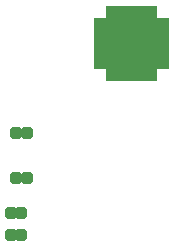
<source format=gbr>
G04*
G04 #@! TF.GenerationSoftware,Altium Limited,Altium Designer,24.10.1 (45)*
G04*
G04 Layer_Color=8421504*
%FSLAX44Y44*%
%MOMM*%
G71*
G04*
G04 #@! TF.SameCoordinates,6C15008D-1AD3-4549-9602-DC6CD9F93784*
G04*
G04*
G04 #@! TF.FilePolarity,Positive*
G04*
G01*
G75*
%ADD15R,1.3580X0.8080*%
%ADD16R,0.8080X1.3580*%
%ADD17R,4.2080X4.2080*%
G04:AMPARAMS|DCode=18|XSize=1.058mm|YSize=1.008mm|CornerRadius=0.3165mm|HoleSize=0mm|Usage=FLASHONLY|Rotation=90.000|XOffset=0mm|YOffset=0mm|HoleType=Round|Shape=RoundedRectangle|*
%AMROUNDEDRECTD18*
21,1,1.0580,0.3750,0,0,90.0*
21,1,0.4250,1.0080,0,0,90.0*
1,1,0.6330,0.1875,0.2125*
1,1,0.6330,0.1875,-0.2125*
1,1,0.6330,-0.1875,-0.2125*
1,1,0.6330,-0.1875,0.2125*
%
%ADD18ROUNDEDRECTD18*%
D15*
X157372Y551408D02*
D03*
Y546408D02*
D03*
Y541408D02*
D03*
Y536408D02*
D03*
Y531408D02*
D03*
Y526408D02*
D03*
Y521408D02*
D03*
Y516408D02*
D03*
X207372D02*
D03*
Y521408D02*
D03*
Y526408D02*
D03*
Y531408D02*
D03*
Y536408D02*
D03*
Y541408D02*
D03*
Y546408D02*
D03*
Y551408D02*
D03*
D16*
X164872Y508908D02*
D03*
X169872D02*
D03*
X174872D02*
D03*
X179872D02*
D03*
X184872D02*
D03*
X189872D02*
D03*
X194872D02*
D03*
X199872D02*
D03*
Y558908D02*
D03*
X194872D02*
D03*
X189872D02*
D03*
X184872D02*
D03*
X179872D02*
D03*
X174872D02*
D03*
X169872D02*
D03*
X164872D02*
D03*
D17*
X182372Y533908D02*
D03*
D18*
X84654Y419607D02*
D03*
X93654D02*
D03*
X84654Y457962D02*
D03*
X93654D02*
D03*
X80153Y390659D02*
D03*
X89154D02*
D03*
X80154Y371322D02*
D03*
X89154D02*
D03*
M02*

</source>
